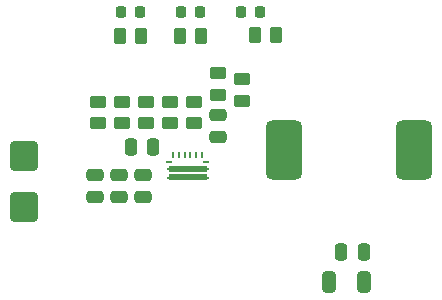
<source format=gbr>
%TF.GenerationSoftware,KiCad,Pcbnew,8.0.3*%
%TF.CreationDate,2024-07-17T12:48:18+09:00*%
%TF.ProjectId,DCDC_24to12,44434443-5f32-4347-946f-31322e6b6963,rev?*%
%TF.SameCoordinates,Original*%
%TF.FileFunction,Paste,Top*%
%TF.FilePolarity,Positive*%
%FSLAX46Y46*%
G04 Gerber Fmt 4.6, Leading zero omitted, Abs format (unit mm)*
G04 Created by KiCad (PCBNEW 8.0.3) date 2024-07-17 12:48:18*
%MOMM*%
%LPD*%
G01*
G04 APERTURE LIST*
G04 Aperture macros list*
%AMRoundRect*
0 Rectangle with rounded corners*
0 $1 Rounding radius*
0 $2 $3 $4 $5 $6 $7 $8 $9 X,Y pos of 4 corners*
0 Add a 4 corners polygon primitive as box body*
4,1,4,$2,$3,$4,$5,$6,$7,$8,$9,$2,$3,0*
0 Add four circle primitives for the rounded corners*
1,1,$1+$1,$2,$3*
1,1,$1+$1,$4,$5*
1,1,$1+$1,$6,$7*
1,1,$1+$1,$8,$9*
0 Add four rect primitives between the rounded corners*
20,1,$1+$1,$2,$3,$4,$5,0*
20,1,$1+$1,$4,$5,$6,$7,0*
20,1,$1+$1,$6,$7,$8,$9,0*
20,1,$1+$1,$8,$9,$2,$3,0*%
G04 Aperture macros list end*
%ADD10RoundRect,0.250000X0.250000X0.475000X-0.250000X0.475000X-0.250000X-0.475000X0.250000X-0.475000X0*%
%ADD11RoundRect,0.250000X-0.475000X0.250000X-0.475000X-0.250000X0.475000X-0.250000X0.475000X0.250000X0*%
%ADD12RoundRect,0.250000X0.325000X0.650000X-0.325000X0.650000X-0.325000X-0.650000X0.325000X-0.650000X0*%
%ADD13RoundRect,0.250000X0.450000X-0.262500X0.450000X0.262500X-0.450000X0.262500X-0.450000X-0.262500X0*%
%ADD14RoundRect,0.250000X-0.450000X0.262500X-0.450000X-0.262500X0.450000X-0.262500X0.450000X0.262500X0*%
%ADD15RoundRect,0.250000X0.262500X0.450000X-0.262500X0.450000X-0.262500X-0.450000X0.262500X-0.450000X0*%
%ADD16RoundRect,0.218750X0.218750X0.256250X-0.218750X0.256250X-0.218750X-0.256250X0.218750X-0.256250X0*%
%ADD17RoundRect,0.508530X-1.041470X-1.991470X1.041470X-1.991470X1.041470X1.991470X-1.041470X1.991470X0*%
%ADD18R,0.279400X0.508000*%
%ADD19R,0.508000X0.279400*%
%ADD20R,3.608100X0.279400*%
%ADD21R,3.302000X0.508000*%
%ADD22RoundRect,0.250000X-0.900000X1.000000X-0.900000X-1.000000X0.900000X-1.000000X0.900000X1.000000X0*%
G04 APERTURE END LIST*
D10*
%TO.C,C6*%
X117028000Y-60960000D03*
X115128000Y-60960000D03*
%TD*%
D11*
%TO.C,C5*%
X96266000Y-54422000D03*
X96266000Y-56322000D03*
%TD*%
%TO.C,C7*%
X98298000Y-54422000D03*
X98298000Y-56322000D03*
%TD*%
D12*
%TO.C,C4*%
X117045000Y-63500000D03*
X114095000Y-63500000D03*
%TD*%
D13*
%TO.C,R9*%
X94488000Y-50061500D03*
X94488000Y-48236500D03*
%TD*%
D14*
%TO.C,R3*%
X104648000Y-45823500D03*
X104648000Y-47648500D03*
%TD*%
D15*
%TO.C,R10*%
X109624500Y-42545000D03*
X107799500Y-42545000D03*
%TD*%
D16*
%TO.C,D2*%
X98044000Y-40640000D03*
X96469000Y-40640000D03*
%TD*%
D10*
%TO.C,C2*%
X99181998Y-52070000D03*
X97282000Y-52070000D03*
%TD*%
D16*
%TO.C,D4*%
X108229500Y-40640000D03*
X106654500Y-40640000D03*
%TD*%
%TO.C,D3*%
X103149500Y-40640000D03*
X101574500Y-40640000D03*
%TD*%
D13*
%TO.C,R7*%
X98552000Y-50061500D03*
X98552000Y-48236500D03*
%TD*%
D15*
%TO.C,R2*%
X103274500Y-42672000D03*
X101449500Y-42672000D03*
%TD*%
D14*
%TO.C,R8*%
X96520000Y-48236500D03*
X96520000Y-50061500D03*
%TD*%
D17*
%TO.C,L1*%
X110236000Y-52324000D03*
X121236000Y-52324000D03*
%TD*%
D18*
%TO.C,U1*%
X103348315Y-52705000D03*
X102848189Y-52705000D03*
X102348063Y-52705000D03*
X101847937Y-52705000D03*
X101347811Y-52705000D03*
X100847685Y-52705000D03*
D19*
X100547965Y-53314999D03*
D20*
X102098000Y-53924799D03*
D21*
X102098000Y-53930006D03*
X102098000Y-54630005D03*
D20*
X102098000Y-54635999D03*
D19*
X103648035Y-53314999D03*
%TD*%
D14*
%TO.C,R6*%
X100584000Y-48236500D03*
X100584000Y-50061500D03*
%TD*%
D13*
%TO.C,R4*%
X102616000Y-50061500D03*
X102616000Y-48236500D03*
%TD*%
D11*
%TO.C,C3*%
X94234000Y-54422000D03*
X94234000Y-56322000D03*
%TD*%
D22*
%TO.C,D1*%
X88265000Y-52841000D03*
X88265000Y-57141000D03*
%TD*%
D15*
%TO.C,R1*%
X98194500Y-42672000D03*
X96369500Y-42672000D03*
%TD*%
D13*
%TO.C,R5*%
X106680000Y-48156500D03*
X106680000Y-46331500D03*
%TD*%
D11*
%TO.C,C1*%
X104648000Y-49342000D03*
X104648000Y-51242000D03*
%TD*%
M02*

</source>
